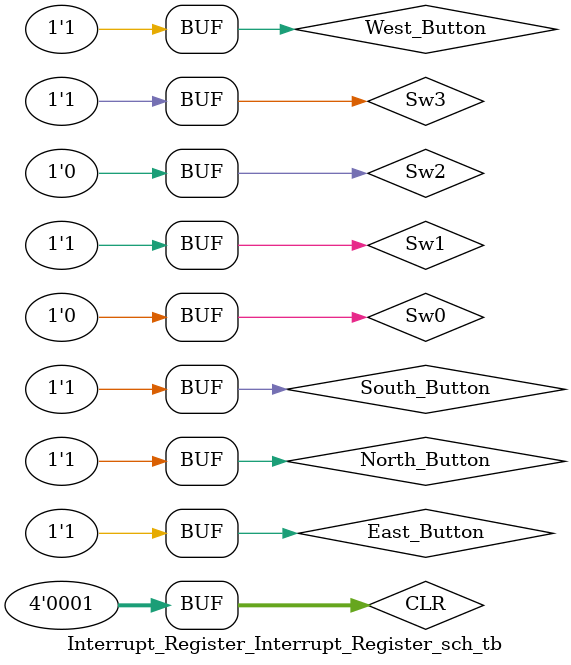
<source format=v>

`timescale 1ns / 1ps

module Interrupt_Register_Interrupt_Register_sch_tb();

// Inputs
   reg North_Button;
   reg South_Button;
   reg East_Button;
   reg West_Button;
   reg Sw3;
   reg Sw2;
   reg Sw1;
   reg Sw0;
   reg [3:0] CLR;

// Output
   wire [7:0] State;

// Bidirs

// Instantiate the UUT
   Interrupt_Register UUT (
		.North_Button(North_Button), 
		.South_Button(South_Button), 
		.East_Button(East_Button), 
		.West_Button(West_Button), 
		.Sw3(Sw3), 
		.Sw2(Sw2), 
		.Sw1(Sw1), 
		.Sw0(Sw0), 
		.State(State), 
		.CLR(CLR)
   );
// Initialize Inputs
	// use this if your design contains sequential logic
   parameter   PERIOD = 20;
   parameter   real DUTY_CYCLE = 0.5;
   parameter   OFFSET = 10;
   
   initial begin
      // Initialize Inputs

      // Wait 100ns for simulator to finish initializing 
      #100;
		

		Sw0 = 1;
		Sw1 = 1;
		Sw2 = 1;
		Sw3 = 1;
		CLR = 0;
		
		North_Button = 0;
		South_Button = 0;
		East_Button = 0;
		West_Button = 0;
		
		#100;
		
		Sw0 = 0;
		Sw1 = 1;
		Sw2 = 0;
		Sw3 = 1;
		CLR = 0;
		
		North_Button = 1;
		South_Button = 1;
		East_Button = 1;
		West_Button = 1;
		
		
		#100;
		
	
		Sw0 = 0;
		Sw1 = 1;
		Sw2 = 0;
		Sw3 = 1;
		CLR = 0;
		
		North_Button = 0;
		South_Button = 1;
		East_Button = 1;
		West_Button = 0;
		
		
		#100;
		
		Sw0 = 0;
		Sw1 = 1;
		Sw2 = 0;
		Sw3 = 1;
		CLR = 1;
		
		North_Button = 1;
		East_Button = 1;
		South_Button = 1;
		West_Button = 1;
		
		#100;
      // Enter test values
   end
endmodule

</source>
